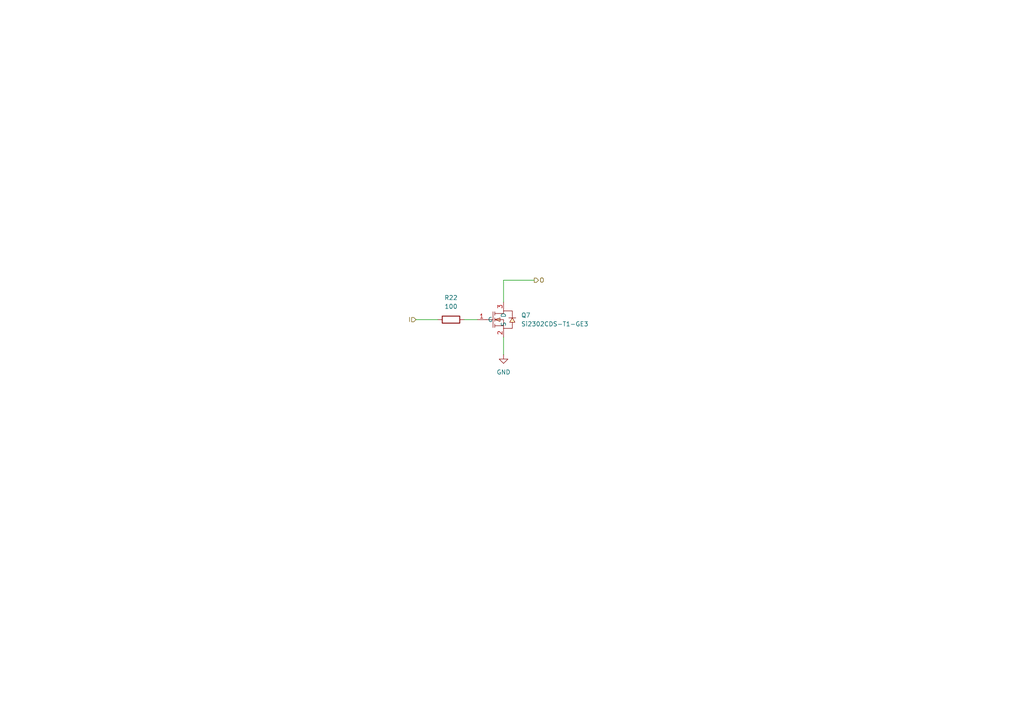
<source format=kicad_sch>
(kicad_sch (version 20231120) (generator "eeschema") (generator_version "8.0")
  (paper "A4")
  (title_block (title "Pull Down driver"))
  (lib_symbols
    (symbol "Device:R" (pin_numbers hide) (pin_names (offset 0))
      (property "Reference" "R" (at 2.032 0 90))
      (property "Value" "R" (at 0 0 90))
      (symbol "R_0_1"
        (rectangle (start -1.016 -2.54) (end 1.016 2.54) (stroke (width 0.254)))
      )
      (symbol "R_1_1"
        (pin passive line (at 0 3.81 270) (length 1.27) (name "~") (number "1"))
        (pin passive line (at 0 -3.81 90) (length 1.27) (name "~") (number "2"))
      )
    )
    (symbol "EasyEDA:Si2302CDS-T1-GE3"
      (property "Reference" "Q" (at 0 10.16 0))
      (property "Value" "Si2302CDS-T1-GE3" (at 0 -10.16 0))
      (symbol "Si2302CDS-T1-GE3_0_1"
        (polyline (pts (xy -2.54 0) (xy -0.51 0)))
        (polyline (pts (xy -0.51 2.29) (xy -0.51 -2.29)))
        (polyline (pts (xy 0 -2.29) (xy 0 -1.27)))
        (polyline (pts (xy 0 -0.51) (xy 0 0.51)))
        (polyline (pts (xy 0 2.29) (xy 0 1.27)))
        (polyline (pts (xy 2.54 -1.78) (xy 0 -1.78)))
        (polyline (pts (xy 0 0) (xy 1.52 -0.51) (xy 1.52 0.51) (xy 0 0)) (fill (type background)))
        (polyline (pts (xy 5.08 0.51) (xy 4.32 -0.76) (xy 5.84 -0.76) (xy 5.08 0.51)) (fill (type background)))
        (polyline (pts (xy 6.1 0.51) (xy 5.59 0.51) (xy 4.57 0.51) (xy 4.06 0.51)))
        (polyline (pts (xy 0 0) (xy 2.54 0) (xy 2.54 -2.54) (xy 5.08 -2.54) (xy 5.08 -0.76)))
        (polyline (pts (xy 0 1.78) (xy 2.54 1.78) (xy 2.54 2.54) (xy 5.08 2.54) (xy 5.08 0.51)))
        (pin unspecified line (at -5.08 0 0) (length 2.54) (name "G") (number "1"))
        (pin unspecified line (at 2.54 -5.08 90) (length 2.54) (name "S") (number "2"))
        (pin unspecified line (at 2.54 5.08 270) (length 2.54) (name "D") (number "3"))
      )
    )
    (symbol "power:GND" (power) (pin_numbers hide) (pin_names (offset 0) hide)
      (property "Value" "GND" (at 0 -3.81 0))
      (symbol "GND_0_1"
        (polyline (pts (xy 0 0) (xy 0 -1.27) (xy 1.27 -1.27) (xy 0 -2.54) (xy -1.27 -1.27) (xy 0 -1.27)))
      )
      (symbol "GND_1_1"
        (pin power_in line (at 0 0 270) (length 0) (name "~") (number "1"))
      )
    )
  )
  (wire (pts (xy 146.05 97.79) (xy 146.05 102.87)))
  (wire (pts (xy 146.05 87.63) (xy 146.05 81.28)))
  (wire (pts (xy 146.05 81.28) (xy 154.94 81.28)))
  (wire (pts (xy 134.62 92.71) (xy 138.43 92.71)))
  (wire (pts (xy 120.65 92.71) (xy 127 92.71)))
  (hierarchical_label "O" (shape output) (at 154.94 81.28 0))
  (hierarchical_label "I" (shape input) (at 120.65 92.71 180))
  (symbol (lib_id "Device:R") (at 130.81 92.71 90) (unit 1)
    (property "Reference" "R22" (at 130.81 86.36 90))
    (property "Value" "100" (at 130.81 88.9 90))
    (property "Description" "Resistor" (effects (hide yes)))
    (instances (project "mstd" (path "" (reference "R22") (unit 1)) (path "" (reference "R24") (unit 1)) (path "" (reference "R23") (unit 1))))
  )
  (symbol (lib_id "EasyEDA:Si2302CDS-T1-GE3") (at 143.51 92.71 0) (unit 1)
    (property "Reference" "Q7" (at 151.13 91.4399 0) (effects (justify left)))
    (property "Value" "Si2302CDS-T1-GE3" (at 151.13 93.9799 0) (effects (justify left)))
    (property "Footprint" "easyeda2kicad:SOT-23_L2.9-W1.3-P1.90-LS2.4-BR" (effects (hide yes)))
    (property "Datasheet" "https://lcsc.com/product-detail/MOSFET_VISHAY_Si2302CDS-T1-GE3_Si2302CDS-T1-GE3_C10488.html" (effects (hide yes)))
    (property "LCSC Part" "C10488" (effects (hide yes)))
    (instances (project "mstd" (path "" (reference "Q7") (unit 1)) (path "" (reference "Q9") (unit 1)) (path "" (reference "Q8") (unit 1))))
  )
  (symbol (lib_id "power:GND") (at 146.05 102.87 0) (unit 1)
    (property "Reference" "#PWR057" (effects (hide yes)))
    (property "Value" "GND" (at 146.05 107.95 0))
    (property "Description" "Power symbol creates a global label with name \"GND\" , ground" (effects (hide yes)))
    (instances (project "mstd" (path "" (reference "#PWR057") (unit 1)) (path "" (reference "#PWR059") (unit 1)) (path "" (reference "#PWR058") (unit 1))))
  )
)
</source>
